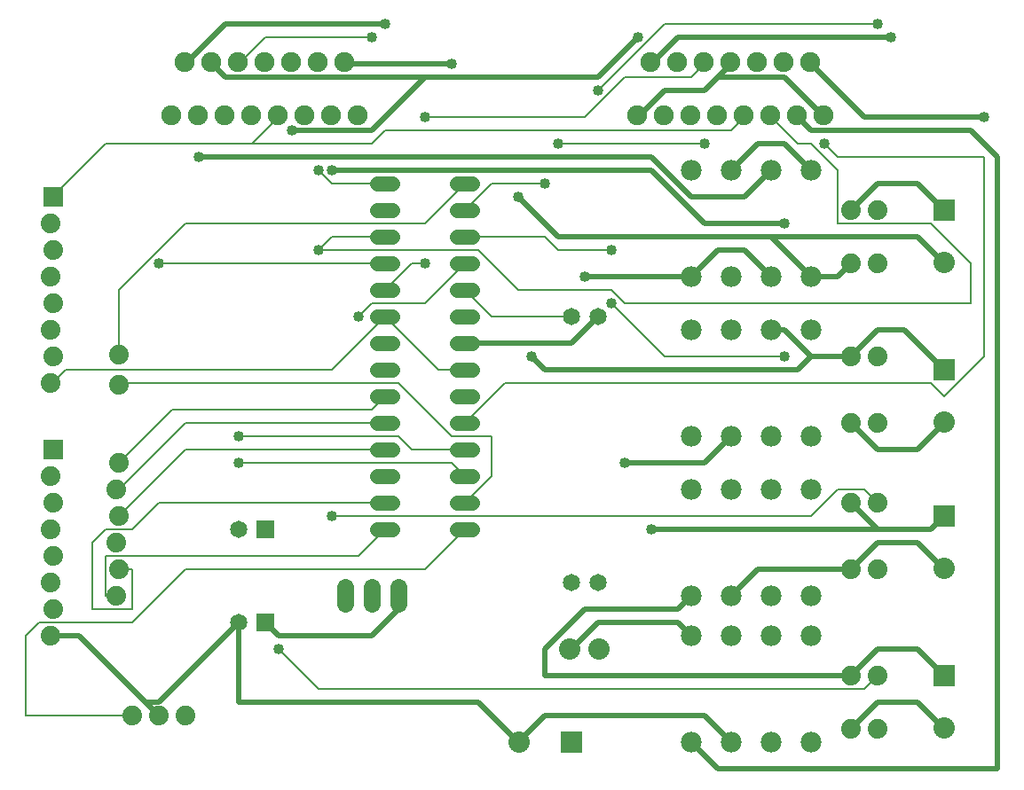
<source format=gbl>
G75*
G70*
%OFA0B0*%
%FSLAX24Y24*%
%IPPOS*%
%LPD*%
%AMOC8*
5,1,8,0,0,1.08239X$1,22.5*
%
%ADD10C,0.0560*%
%ADD11C,0.0650*%
%ADD12C,0.0640*%
%ADD13C,0.0800*%
%ADD14R,0.0650X0.0650*%
%ADD15R,0.0800X0.0800*%
%ADD16C,0.0740*%
%ADD17C,0.0748*%
%ADD18C,0.0780*%
%ADD19R,0.0740X0.0740*%
%ADD20C,0.0200*%
%ADD21C,0.0400*%
%ADD22C,0.0080*%
D10*
X014327Y010601D02*
X014887Y010601D01*
X014887Y011601D02*
X014327Y011601D01*
X014327Y012601D02*
X014887Y012601D01*
X014887Y013601D02*
X014327Y013601D01*
X014327Y014601D02*
X014887Y014601D01*
X014887Y015601D02*
X014327Y015601D01*
X014327Y016601D02*
X014887Y016601D01*
X014887Y017601D02*
X014327Y017601D01*
X014327Y018601D02*
X014887Y018601D01*
X014887Y019601D02*
X014327Y019601D01*
X014327Y020601D02*
X014887Y020601D01*
X014887Y021601D02*
X014327Y021601D01*
X014327Y022601D02*
X014887Y022601D01*
X014887Y023601D02*
X014327Y023601D01*
X017327Y023601D02*
X017887Y023601D01*
X017887Y022601D02*
X017327Y022601D01*
X017327Y021601D02*
X017887Y021601D01*
X017887Y020601D02*
X017327Y020601D01*
X017327Y019601D02*
X017887Y019601D01*
X017887Y018601D02*
X017327Y018601D01*
X017327Y017601D02*
X017887Y017601D01*
X017887Y016601D02*
X017327Y016601D01*
X017327Y015601D02*
X017887Y015601D01*
X017887Y014601D02*
X017327Y014601D01*
X017327Y013601D02*
X017887Y013601D01*
X017887Y012601D02*
X017327Y012601D01*
X017327Y011601D02*
X017887Y011601D01*
X017887Y010601D02*
X017327Y010601D01*
D11*
X021607Y008601D03*
X022607Y008601D03*
X022607Y018601D03*
X021607Y018601D03*
X009107Y010601D03*
X009107Y007101D03*
D12*
X013107Y007781D02*
X013107Y008421D01*
X014107Y008421D02*
X014107Y007781D01*
X015107Y007781D02*
X015107Y008421D01*
D13*
X019638Y002601D03*
X021557Y006101D03*
X022657Y006101D03*
X035607Y003132D03*
X035607Y009132D03*
X035607Y014632D03*
X035607Y020632D03*
D14*
X010107Y010601D03*
X010107Y007101D03*
D15*
X021607Y002601D03*
X035607Y005101D03*
X035607Y011101D03*
X035607Y016601D03*
X035607Y022601D03*
D16*
X033107Y022601D03*
X032107Y022601D03*
X032107Y020601D03*
X033107Y020601D03*
X033107Y017101D03*
X032107Y017101D03*
X032107Y014601D03*
X033107Y014601D03*
X033107Y011601D03*
X032107Y011601D03*
X032107Y009101D03*
X033107Y009101D03*
X033107Y005101D03*
X032107Y005101D03*
X032107Y003101D03*
X033107Y003101D03*
X007107Y003601D03*
X006107Y003601D03*
X005107Y003601D03*
X002057Y006601D03*
X002157Y007601D03*
X002057Y008601D03*
X002157Y009601D03*
X002057Y010601D03*
X002157Y011601D03*
X002057Y012601D03*
X004507Y012101D03*
X004607Y011101D03*
X004507Y010101D03*
X004607Y009101D03*
X004507Y008101D03*
X004607Y013101D03*
X004607Y016031D03*
X004607Y017171D03*
X002157Y017101D03*
X002057Y018101D03*
X002157Y019101D03*
X002057Y020101D03*
X002157Y021101D03*
X002057Y022101D03*
X002057Y016101D03*
D17*
X006583Y026160D03*
X007583Y026160D03*
X008583Y026160D03*
X009583Y026160D03*
X010583Y026160D03*
X011583Y026160D03*
X012583Y026160D03*
X013583Y026160D03*
X013083Y028160D03*
X012083Y028160D03*
X011083Y028160D03*
X010083Y028160D03*
X009083Y028160D03*
X008083Y028160D03*
X007083Y028160D03*
X024083Y026160D03*
X025083Y026160D03*
X026083Y026160D03*
X027083Y026160D03*
X028083Y026160D03*
X029083Y026160D03*
X030083Y026160D03*
X031083Y026160D03*
X030583Y028160D03*
X029583Y028160D03*
X028583Y028160D03*
X027583Y028160D03*
X026583Y028160D03*
X025583Y028160D03*
X024583Y028160D03*
D18*
X026107Y024101D03*
X027607Y024101D03*
X029107Y024101D03*
X030607Y024101D03*
X030607Y020101D03*
X029107Y020101D03*
X027607Y020101D03*
X026107Y020101D03*
X026107Y018101D03*
X027607Y018101D03*
X029107Y018101D03*
X030607Y018101D03*
X030607Y014101D03*
X029107Y014101D03*
X027607Y014101D03*
X026107Y014101D03*
X026107Y012101D03*
X027607Y012101D03*
X029107Y012101D03*
X030607Y012101D03*
X030607Y008101D03*
X029107Y008101D03*
X027607Y008101D03*
X026107Y008101D03*
X026107Y006601D03*
X027607Y006601D03*
X029107Y006601D03*
X030607Y006601D03*
X030607Y002601D03*
X029107Y002601D03*
X027607Y002601D03*
X026107Y002601D03*
D19*
X002157Y013601D03*
X002157Y023101D03*
D20*
X007607Y024601D02*
X024607Y024601D01*
X026107Y023101D01*
X028107Y023101D01*
X029107Y024101D01*
X028607Y025101D02*
X029607Y025101D01*
X030607Y024101D01*
X030607Y025601D02*
X036607Y025601D01*
X037607Y024601D01*
X037607Y001601D01*
X027107Y001601D01*
X026107Y002601D01*
X026607Y003601D02*
X020607Y003601D01*
X019607Y002601D01*
X019638Y002601D01*
X019607Y002601D02*
X018107Y004101D01*
X009107Y004101D01*
X009107Y007101D01*
X006107Y004101D01*
X005607Y004101D01*
X006107Y003601D01*
X005607Y004101D02*
X003107Y006601D01*
X002057Y006601D01*
X010107Y007101D02*
X010607Y006601D01*
X014107Y006601D01*
X015107Y007601D01*
X015107Y008101D01*
X020607Y006101D02*
X020607Y005101D01*
X032107Y005101D01*
X033107Y006101D01*
X034607Y006101D01*
X035607Y005101D01*
X034607Y004101D02*
X035607Y003101D01*
X035607Y003132D01*
X034607Y004101D02*
X033107Y004101D01*
X032107Y003101D01*
X027607Y002601D02*
X026607Y003601D01*
X026107Y006601D02*
X025607Y007101D01*
X022607Y007101D01*
X021607Y006101D01*
X021557Y006101D01*
X020607Y006101D02*
X022107Y007601D01*
X025607Y007601D01*
X026107Y008101D01*
X027607Y008101D02*
X028607Y009101D01*
X032107Y009101D01*
X033107Y010101D01*
X034607Y010101D01*
X035607Y009101D01*
X035607Y009132D01*
X035107Y010601D02*
X033107Y010601D01*
X024607Y010601D01*
X023607Y013101D02*
X026607Y013101D01*
X027607Y014101D01*
X030107Y016601D02*
X030607Y017101D01*
X029607Y018101D01*
X029107Y018101D01*
X030607Y017101D02*
X032107Y017101D01*
X033107Y018101D01*
X034107Y018101D01*
X035607Y016601D01*
X035607Y014632D02*
X035607Y014601D01*
X034607Y013601D01*
X033107Y013601D01*
X032107Y014601D01*
X030107Y016601D02*
X020607Y016601D01*
X020107Y017101D01*
X021607Y017601D02*
X022607Y018601D01*
X021607Y017601D02*
X017607Y017601D01*
X021107Y021601D02*
X029107Y021601D01*
X034607Y021601D01*
X035607Y020601D01*
X035607Y020632D01*
X035607Y022601D02*
X034607Y023601D01*
X033107Y023601D01*
X032107Y022601D01*
X032107Y020601D02*
X031607Y020101D01*
X030607Y020101D01*
X029107Y021601D01*
X029607Y022101D02*
X026607Y022101D01*
X024607Y024101D01*
X012607Y024101D01*
X014107Y025601D02*
X011107Y025601D01*
X013107Y028101D02*
X013083Y028160D01*
X013107Y028101D02*
X017107Y028101D01*
X016107Y027601D02*
X014107Y025601D01*
X016107Y027601D02*
X008607Y027601D01*
X008107Y028101D01*
X008083Y028160D01*
X007107Y028101D02*
X007083Y028160D01*
X007107Y028101D02*
X008607Y029601D01*
X014607Y029601D01*
X016107Y027601D02*
X022607Y027601D01*
X024107Y029101D01*
X024583Y028160D02*
X024607Y028101D01*
X025607Y029101D01*
X033607Y029101D01*
X032607Y026101D02*
X030607Y028101D01*
X030583Y028160D01*
X029607Y027601D02*
X027107Y027601D01*
X026607Y027101D01*
X025107Y027101D01*
X024107Y026101D01*
X024083Y026160D01*
X027107Y027601D02*
X027607Y028101D01*
X027583Y028160D01*
X029607Y027601D02*
X031107Y026101D01*
X031083Y026160D01*
X030607Y025601D02*
X030107Y026101D01*
X030083Y026160D01*
X028607Y025101D02*
X027607Y024101D01*
X027107Y021101D02*
X028107Y021101D01*
X029107Y020101D01*
X027107Y021101D02*
X026107Y020101D01*
X022107Y020101D01*
X021107Y021601D02*
X019607Y023101D01*
X032107Y011601D02*
X033107Y010601D01*
X035107Y010601D02*
X035607Y011101D01*
X037107Y026101D02*
X032607Y026101D01*
D21*
X031107Y025101D03*
X029607Y022101D03*
X026607Y025101D03*
X022607Y027101D03*
X024107Y029101D03*
X021107Y025101D03*
X020607Y023601D03*
X019607Y023101D03*
X022107Y020101D03*
X023107Y021101D03*
X023107Y019101D03*
X020107Y017101D03*
X016107Y020601D03*
X013607Y018601D03*
X012107Y021101D03*
X012107Y024101D03*
X012607Y024101D03*
X011107Y025601D03*
X007607Y024601D03*
X006107Y020601D03*
X009107Y014101D03*
X009107Y013101D03*
X012607Y011101D03*
X010607Y006101D03*
X023607Y013101D03*
X024607Y010601D03*
X029607Y017101D03*
X037107Y026101D03*
X033607Y029101D03*
X033107Y029601D03*
X017107Y028101D03*
X016107Y026101D03*
X014107Y029101D03*
X014607Y029601D03*
D22*
X005107Y003601D02*
X001107Y003601D01*
X001107Y006601D01*
X001607Y007101D01*
X005107Y007101D01*
X007107Y009101D01*
X016107Y009101D01*
X017607Y010601D01*
X017607Y011601D02*
X018607Y012601D01*
X018607Y014101D01*
X017107Y014101D01*
X015107Y016101D01*
X004607Y016101D01*
X004607Y016031D01*
X004607Y017101D02*
X004607Y017171D01*
X004607Y019601D01*
X007107Y022101D01*
X016107Y022101D01*
X017607Y023601D01*
X018607Y023601D02*
X020607Y023601D01*
X021107Y025101D02*
X026607Y025101D01*
X027607Y025601D02*
X014607Y025601D01*
X014107Y025101D01*
X009607Y025101D01*
X004107Y025101D01*
X002107Y023101D01*
X002157Y023101D01*
X006107Y020601D02*
X014607Y020601D01*
X014607Y019601D02*
X015607Y020601D01*
X016107Y020601D01*
X016107Y019101D02*
X017607Y020601D01*
X018107Y021101D02*
X012107Y021101D01*
X012607Y021601D01*
X014607Y021601D01*
X014607Y023601D02*
X012607Y023601D01*
X012107Y024101D01*
X010607Y026101D02*
X010583Y026160D01*
X010607Y026101D02*
X009607Y025101D01*
X009107Y028101D02*
X009083Y028160D01*
X009107Y028101D02*
X010107Y029101D01*
X014107Y029101D01*
X016107Y026101D02*
X022107Y026101D01*
X023607Y027601D01*
X026107Y027601D01*
X026607Y028101D01*
X026583Y028160D01*
X025107Y029601D02*
X033107Y029601D01*
X029083Y026160D02*
X029107Y026101D01*
X030107Y025101D01*
X030607Y025101D01*
X031607Y024101D01*
X031607Y022101D01*
X035107Y022101D01*
X036607Y020601D01*
X036607Y019101D01*
X023607Y019101D01*
X023107Y019601D01*
X019607Y019601D01*
X018107Y021101D01*
X017607Y021601D02*
X020607Y021601D01*
X021107Y021101D01*
X023107Y021101D01*
X023107Y019101D02*
X025107Y017101D01*
X029607Y017101D01*
X031607Y012101D02*
X032607Y012101D01*
X033107Y011601D01*
X031607Y012101D02*
X030607Y011101D01*
X012607Y011101D01*
X013607Y009601D02*
X004107Y009601D01*
X004107Y008101D01*
X004507Y008101D01*
X004607Y008101D01*
X005107Y007601D02*
X005107Y009101D01*
X004607Y009101D01*
X003607Y010101D02*
X003607Y007601D01*
X005107Y007601D01*
X003607Y010101D02*
X004107Y010601D01*
X005107Y010601D01*
X006107Y011601D01*
X014607Y011601D01*
X014607Y010601D02*
X013607Y009601D01*
X010607Y006101D02*
X012107Y004601D01*
X032607Y004601D01*
X033107Y005101D01*
X035607Y015601D02*
X037107Y017101D01*
X037107Y024601D01*
X031607Y024601D01*
X031107Y025101D01*
X028107Y026101D02*
X028083Y026160D01*
X028107Y026101D02*
X027607Y025601D01*
X025107Y029601D02*
X022607Y027101D01*
X018607Y023601D02*
X017607Y022601D01*
X017607Y019601D02*
X018607Y018601D01*
X021607Y018601D01*
X019107Y016101D02*
X035107Y016101D01*
X035607Y015601D01*
X019107Y016101D02*
X017607Y014601D01*
X017607Y013601D02*
X015607Y013601D01*
X015107Y014101D01*
X009107Y014101D01*
X009107Y013101D02*
X017107Y013101D01*
X017607Y012601D01*
X014607Y013601D02*
X007107Y013601D01*
X004607Y011101D01*
X004607Y012101D02*
X004507Y012101D01*
X004607Y012101D02*
X007107Y014601D01*
X014607Y014601D01*
X014107Y015101D02*
X006607Y015101D01*
X004607Y013101D01*
X002107Y016101D02*
X002057Y016101D01*
X002107Y016101D02*
X002607Y016601D01*
X012607Y016601D01*
X014607Y018601D01*
X016607Y016601D01*
X017607Y016601D01*
X016107Y019101D02*
X014107Y019101D01*
X013607Y018601D01*
X014607Y015601D02*
X014107Y015101D01*
M02*

</source>
